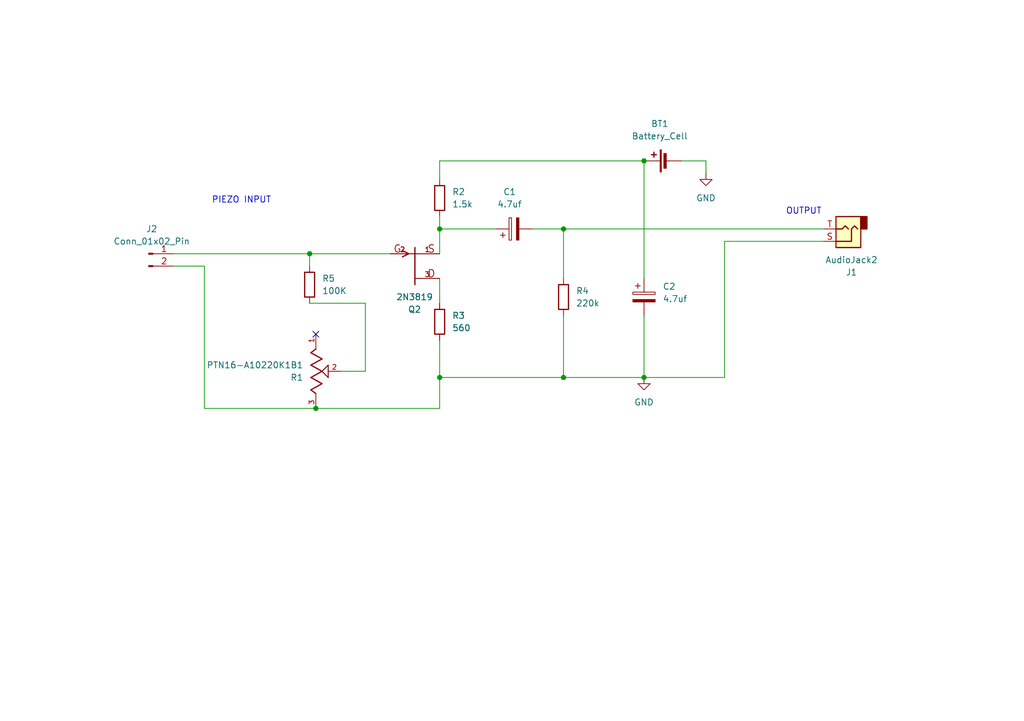
<source format=kicad_sch>
(kicad_sch (version 20250114) (generator "eeschema") (generator_version "9.0")
  (paper "A5")
  (lib_symbols
    (symbol "Connector:Conn_01x02_Pin" (pin_names (offset 1.016) (hide yes))
      (property "Reference" "J" (at 0 2.54 0))
      (property "Value" "Conn_01x02_Pin" (at 0 -5.08 0))
      (symbol "Conn_01x02_Pin_1_1"
        (rectangle (start 0.8636 0.127) (end 0 -0.127) (stroke (width 0.1524)) (fill (type outline)))
        (rectangle (start 0.8636 -2.413) (end 0 -2.667) (stroke (width 0.1524)) (fill (type outline)))
        (polyline (pts (xy 1.27 0) (xy 0.8636 0)) (stroke (width 0.1524)))
        (polyline (pts (xy 1.27 -2.54) (xy 0.8636 -2.54)) (stroke (width 0.1524)))
        (pin passive line (at 5.08 0 180) (length 3.81) (name "Pin_1") (number "1"))
        (pin passive line (at 5.08 -2.54 180) (length 3.81) (name "Pin_2") (number "2"))
      )
    )
    (symbol "Connector_Audio:AudioJack2"
      (property "Reference" "J" (at 0 8.89 0))
      (property "Value" "AudioJack2" (at 0 6.35 0))
      (symbol "AudioJack2_0_1"
        (rectangle (start -3.81 0) (end -2.54 -2.54) (stroke (width 0.254)) (fill (type outline)))
        (rectangle (start -2.54 3.81) (end 2.54 -2.54) (stroke (width 0.254)) (fill (type background)))
        (polyline (pts (xy 0 0) (xy 0.635 -0.635) (xy 1.27 0) (xy 2.54 0)) (stroke (width 0.254)))
        (polyline (pts (xy 2.54 2.54) (xy -0.635 2.54) (xy -0.635 0) (xy -1.27 -0.635) (xy -1.905 0)) (stroke (width 0.254)))
      )
      (symbol "AudioJack2_1_1"
        (pin passive line (at 5.08 2.54 180) (length 2.54) (name "~") (number "S"))
        (pin passive line (at 5.08 0 180) (length 2.54) (name "~") (number "T"))
      )
    )
    (symbol "Device:Battery_Cell" (pin_numbers (hide yes)) (pin_names (offset 0) (hide yes))
      (property "Reference" "BT" (at 2.54 2.54 0))
      (property "Value" "Battery_Cell" (at 2.54 0 0))
      (symbol "Battery_Cell_0_1"
        (rectangle (start -2.286 1.778) (end 2.286 1.524) (fill (type outline)))
        (rectangle (start -1.524 1.016) (end 1.524 0.508) (fill (type outline)))
        (polyline (pts (xy 0 1.778) (xy 0 2.54)))
        (polyline (pts (xy 0 0.762) (xy 0 0)))
        (polyline (pts (xy 0.762 3.048) (xy 1.778 3.048)) (stroke (width 0.254)))
        (polyline (pts (xy 1.27 3.556) (xy 1.27 2.54)) (stroke (width 0.254)))
      )
      (symbol "Battery_Cell_1_1"
        (pin passive line (at 0 5.08 270) (length 2.54) (name "+") (number "1"))
        (pin passive line (at 0 -2.54 90) (length 2.54) (name "-") (number "2"))
      )
    )
    (symbol "Device:C_Polarized" (pin_numbers (hide yes)) (pin_names (offset 0.254))
      (property "Reference" "C" (at 0.635 2.54 0))
      (property "Value" "C_Polarized" (at 0.635 -2.54 0))
      (symbol "C_Polarized_0_1"
        (rectangle (start -2.286 0.508) (end 2.286 1.016))
        (polyline (pts (xy -1.778 2.286) (xy -0.762 2.286)))
        (polyline (pts (xy -1.27 2.794) (xy -1.27 1.778)))
        (rectangle (start 2.286 -0.508) (end -2.286 -1.016) (fill (type outline)))
      )
      (symbol "C_Polarized_1_1"
        (pin passive line (at 0 3.81 270) (length 2.794) (name "~") (number "1"))
        (pin passive line (at 0 -3.81 90) (length 2.794) (name "~") (number "2"))
      )
    )
    (symbol "Device:R" (pin_numbers (hide yes)) (pin_names (offset 0))
      (property "Reference" "R" (at 2.032 0 90))
      (property "Value" "R" (at 0 0 90))
      (symbol "R_0_1"
        (rectangle (start -1.016 -2.54) (end 1.016 2.54) (stroke (width 0.254)))
      )
      (symbol "R_1_1"
        (pin passive line (at 0 3.81 270) (length 1.27) (name "~") (number "1"))
        (pin passive line (at 0 -3.81 90) (length 1.27) (name "~") (number "2"))
      )
    )
    (symbol "JFET:2N3819" (pin_names (offset 1.016))
      (property "Reference" "Q" (at -10.16 2.413 0))
      (property "Value" "2N3819" (at -10.16 -7.62 0))
      (symbol "2N3819_0_0"
        (polyline (pts (xy -2.54 -1.905) (xy -1.27 -2.54)) (stroke (width 0.254)))
        (polyline (pts (xy -1.27 -2.54) (xy -2.54 -3.175)) (stroke (width 0.254)))
        (polyline (pts (xy 0 -3.81) (xy 0 3.81)) (stroke (width 0.254)))
        (text "G" (at -4.445 -4.445 0) (effects (font (size 1.524 1.524)) (justify left bottom)))
        (text "D" (at 2.54 0.635 0) (effects (font (size 1.524 1.524)) (justify left bottom)))
        (text "S" (at 2.54 -4.445 0) (effects (font (size 1.524 1.524)) (justify left bottom)))
        (pin passive line (at -5.08 -2.54 0) (length 5.08) (name "~") (number "2"))
        (pin passive line (at 5.08 2.54 180) (length 5.08) (name "~") (number "3"))
        (pin passive line (at 5.08 -2.54 180) (length 5.08) (name "~") (number "1"))
      )
    )
    (symbol "pot:PTN16-A10220K1B1" (pin_names (offset 1.016))
      (property "Reference" "R" (at -5.08 5.08 0))
      (property "Value" "PTN16-A10220K1B1" (at -5.08 2.54 0))
      (symbol "PTN16-A10220K1B1_0_0"
        (polyline (pts (xy -5.08 0) (xy -4.572 0)) (stroke (width 0.1524)))
        (polyline (pts (xy -4.572 0) (xy -3.81 1.016)) (stroke (width 0.254)))
        (polyline (pts (xy -3.81 1.016) (xy -2.54 -1.27)) (stroke (width 0.254)))
        (polyline (pts (xy -2.54 -1.27) (xy -1.27 1.016)) (stroke (width 0.254)))
        (polyline (pts (xy -1.27 1.016) (xy 0 -1.27)) (stroke (width 0.254)))
        (polyline (pts (xy -1.27 -2.54) (xy 0 -1.27)) (stroke (width 0.2032)))
        (polyline (pts (xy 0 -1.27) (xy 1.27 1.016)) (stroke (width 0.254)))
        (polyline (pts (xy 0 -1.27) (xy 1.27 -2.54)) (stroke (width 0.2032)))
        (polyline (pts (xy 1.27 1.016) (xy 2.54 -1.27)) (stroke (width 0.254)))
        (polyline (pts (xy 1.27 -2.54) (xy -1.27 -2.54)) (stroke (width 0.2032)))
        (polyline (pts (xy 2.54 -1.27) (xy 3.81 1.016)) (stroke (width 0.254)))
        (polyline (pts (xy 3.81 1.016) (xy 4.572 0)) (stroke (width 0.254)))
        (polyline (pts (xy 4.572 0) (xy 5.08 0)) (stroke (width 0.1524)))
        (pin passive line (at -7.62 0 0) (length 2.54) (name "~") (number "1"))
        (pin passive line (at 0 -5.08 90) (length 2.54) (name "~") (number "2"))
        (pin passive line (at 7.62 0 180) (length 2.54) (name "~") (number "3"))
      )
    )
    (symbol "power:GND" (power) (pin_numbers (hide yes)) (pin_names (offset 0) (hide yes))
      (property "Value" "GND" (at 0 -3.81 0))
      (symbol "GND_0_1"
        (polyline (pts (xy 0 0) (xy 0 -1.27) (xy 1.27 -1.27) (xy 0 -2.54) (xy -1.27 -1.27) (xy 0 -1.27)))
      )
      (symbol "GND_1_1"
        (pin power_in line (at 0 0 270) (length 0) (name "~") (number "1"))
      )
    )
  )
  (text "OUTPUT" (at 164.846 43.434 0) (effects (font (size 1.27 1.27))))
  (text "PIEZO INPUT" (at 49.53 41.148 0) (effects (font (size 1.27 1.27))))
  (junction (at 115.57 77.47))
  (junction (at 132.08 33.02))
  (junction (at 90.17 77.47))
  (junction (at 64.77 83.82))
  (junction (at 90.17 46.99))
  (junction (at 115.57 46.99))
  (junction (at 132.08 77.47))
  (junction (at 63.5 52.07))
  (no_connect (at 64.77 68.58))
  (wire (pts (xy 148.59 77.47) (xy 148.59 49.53)))
  (wire (pts (xy 41.91 83.82) (xy 64.77 83.82)))
  (wire (pts (xy 132.08 57.15) (xy 132.08 33.02)))
  (wire (pts (xy 139.7 33.02) (xy 144.78 33.02)))
  (wire (pts (xy 41.91 83.82) (xy 41.91 54.61)))
  (wire (pts (xy 35.56 54.61) (xy 41.91 54.61)))
  (wire (pts (xy 115.57 77.47) (xy 132.08 77.47)))
  (wire (pts (xy 63.5 52.07) (xy 80.01 52.07)))
  (wire (pts (xy 63.5 52.07) (xy 63.5 54.61)))
  (wire (pts (xy 74.93 62.23) (xy 74.93 76.2)))
  (wire (pts (xy 132.08 64.77) (xy 132.08 77.47)))
  (wire (pts (xy 148.59 49.53) (xy 168.91 49.53)))
  (wire (pts (xy 115.57 46.99) (xy 168.91 46.99)))
  (wire (pts (xy 144.78 33.02) (xy 144.78 35.56)))
  (wire (pts (xy 35.56 52.07) (xy 63.5 52.07)))
  (wire (pts (xy 90.17 33.02) (xy 132.08 33.02)))
  (wire (pts (xy 90.17 57.15) (xy 90.17 62.23)))
  (wire (pts (xy 63.5 62.23) (xy 74.93 62.23)))
  (wire (pts (xy 109.22 46.99) (xy 115.57 46.99)))
  (wire (pts (xy 115.57 64.77) (xy 115.57 77.47)))
  (wire (pts (xy 90.17 36.83) (xy 90.17 33.02)))
  (wire (pts (xy 115.57 46.99) (xy 115.57 57.15)))
  (wire (pts (xy 90.17 69.85) (xy 90.17 77.47)))
  (wire (pts (xy 132.08 77.47) (xy 148.59 77.47)))
  (wire (pts (xy 64.77 83.82) (xy 90.17 83.82)))
  (wire (pts (xy 90.17 46.99) (xy 101.6 46.99)))
  (wire (pts (xy 90.17 46.99) (xy 90.17 52.07)))
  (wire (pts (xy 90.17 77.47) (xy 115.57 77.47)))
  (wire (pts (xy 74.93 76.2) (xy 69.85 76.2)))
  (wire (pts (xy 90.17 44.45) (xy 90.17 46.99)))
  (wire (pts (xy 90.17 83.82) (xy 90.17 77.47)))
  (symbol (lib_id "Device:C_Polarized") (at 132.08 60.96 0) (unit 1)
    (property "Reference" "C2" (at 135.89 58.8009 0) (effects (justify left)))
    (property "Value" "4.7uf" (at 135.89 61.3409 0) (effects (justify left)))
    (property "Footprint" "Capacitor_THT:CP_Radial_D6.3mm_P2.50mm" (effects (hide yes)))
    (property "Description" "Polarized capacitor" (effects (hide yes)))
  )
  (symbol (lib_id "Device:R") (at 115.57 60.96 0) (unit 1)
    (property "Reference" "R4" (at 118.11 59.6899 0) (effects (justify left)))
    (property "Value" "220k" (at 118.11 62.2299 0) (effects (justify left)))
    (property "Footprint" "Resistor_THT:R_Axial_DIN0204_L3.6mm_D1.6mm_P7.62mm_Horizontal" (effects (hide yes)))
    (property "Description" "Resistor" (effects (hide yes)))
  )
  (symbol (lib_id "power:GND") (at 132.08 77.47 0) (unit 1)
    (property "Reference" "#PWR01" (effects (hide yes)))
    (property "Value" "GND" (at 132.08 82.55 0))
    (property "Description" "Power symbol creates a global label with name \"GND\" , ground" (effects (hide yes)))
  )
  (symbol (lib_id "Device:R") (at 90.17 66.04 0) (unit 1)
    (property "Reference" "R3" (at 92.71 64.7699 0) (effects (justify left)))
    (property "Value" "560" (at 92.71 67.3099 0) (effects (justify left)))
    (property "Footprint" "Resistor_THT:R_Axial_DIN0204_L3.6mm_D1.6mm_P7.62mm_Horizontal" (effects (hide yes)))
    (property "Description" "Resistor" (effects (hide yes)))
  )
  (symbol (lib_id "JFET:2N3819") (at 85.09 54.61 0) (mirror x) (unit 1)
    (property "Reference" "Q2" (at 85.0329 63.5 0))
    (property "Value" "2N3819" (at 85.0329 60.96 0))
    (property "Footprint" "JFET:JFET" (effects (hide yes)))
    (property "MF" "Central Semiconductor" (effects (hide yes)))
    (property "MAXIMUM_PACKAGE_HEIGHT" "4.83 mm" (effects (hide yes)))
    (property "Package" "E-PKG AXIAL-LEADED-2 ON Semiconductor" (effects (hide yes)))
    (property "Price" "None" (effects (hide yes)))
    (property "Check_prices" "https://www.snapeda.com/parts/2N3819/Central+Components+Manufacturing/view-part/?ref=eda" (effects (hide yes)))
    (property "STANDARD" "IPC 7351B" (effects (hide yes)))
    (property "PARTREV" "June, 2019" (effects (hide yes)))
    (property "SnapEDA_Link" "https://www.snapeda.com/parts/2N3819/Central+Components+Manufacturing/view-part/?ref=snap" (effects (hide yes)))
    (property "MP" "2N3819" (effects (hide yes)))
    (property "Description_1" "RF Mosfet N-Channel JFET - - - TO-92-3" (effects (hide yes)))
    (property "Availability" "In Stock" (effects (hide yes)))
    (property "MANUFACTURER" "InterFET" (effects (hide yes)))
  )
  (symbol (lib_id "Connector:Conn_01x02_Pin") (at 30.48 52.07 0) (unit 1)
    (property "Reference" "J2" (at 31.115 46.99 0))
    (property "Value" "Conn_01x02_Pin" (at 31.115 49.53 0))
    (property "Footprint" "2pads" (effects (hide yes)))
    (property "Description" "Generic connector, single row, 01x02, script generated" (effects (hide yes)))
  )
  (symbol (lib_id "power:GND") (at 144.78 35.56 0) (unit 1)
    (property "Reference" "#PWR02" (effects (hide yes)))
    (property "Value" "GND" (at 144.78 40.64 0))
    (property "Description" "Power symbol creates a global label with name \"GND\" , ground" (effects (hide yes)))
  )
  (symbol (lib_id "Device:C_Polarized") (at 105.41 46.99 90) (unit 1)
    (property "Reference" "C1" (at 104.521 39.37 90))
    (property "Value" "4.7uf" (at 104.521 41.91 90))
    (property "Footprint" "Capacitor_THT:CP_Radial_D6.3mm_P2.50mm" (effects (hide yes)))
    (property "Description" "Polarized capacitor" (effects (hide yes)))
  )
  (symbol (lib_id "Device:Battery_Cell") (at 137.16 33.02 90) (unit 1)
    (property "Reference" "BT1" (at 135.3185 25.4 90))
    (property "Value" "Battery_Cell" (at 135.3185 27.94 90))
    (property "Footprint" "2pads:2pads" (effects (hide yes)))
    (property "Description" "Single-cell battery" (effects (hide yes)))
  )
  (symbol (lib_id "Device:R") (at 90.17 40.64 0) (unit 1)
    (property "Reference" "R2" (at 92.71 39.3699 0) (effects (justify left)))
    (property "Value" "1.5k" (at 92.71 41.9099 0) (effects (justify left)))
    (property "Footprint" "Resistor_THT:R_Axial_DIN0204_L3.6mm_D1.6mm_P7.62mm_Horizontal" (effects (hide yes)))
    (property "Description" "Resistor" (effects (hide yes)))
  )
  (symbol (lib_id "Device:R") (at 63.5 58.42 0) (unit 1)
    (property "Reference" "R5" (at 66.04 57.1499 0) (effects (justify left)))
    (property "Value" "100K" (at 66.04 59.6899 0) (effects (justify left)))
    (property "Footprint" "Resistor_THT:R_Axial_DIN0204_L3.6mm_D1.6mm_P7.62mm_Horizontal" (effects (hide yes)))
    (property "Description" "Resistor" (effects (hide yes)))
  )
  (symbol (lib_id "Connector_Audio:AudioJack2") (at 173.99 46.99 180) (unit 1)
    (property "Reference" "J1" (at 174.625 55.88 0))
    (property "Value" "AudioJack2" (at 174.625 53.34 0))
    (property "Footprint" "2pads:2pads" (effects (hide yes)))
    (property "Description" "Audio Jack, 2 Poles (Mono / TS)" (effects (hide yes)))
  )
  (symbol (lib_id "pot:PTN16-A10220K1B1") (at 64.77 76.2 90) (mirror x) (unit 1)
    (property "Reference" "R1" (at 62.23 77.4701 90) (effects (justify left)))
    (property "Value" "PTN16-A10220K1B1" (at 62.23 74.9301 90) (effects (justify left)))
    (property "Footprint" "pot:POT_PTN16-A10220K1B1" (effects (hide yes)))
    (property "MF" "Same Sky" (effects (hide yes)))
    (property "MAXIMUM_PACKAGE_HEIGHT" "21.5mm" (effects (hide yes)))
    (property "Package" "Package" (effects (hide yes)))
    (property "Price" "None" (effects (hide yes)))
    (property "Check_prices" "https://www.snapeda.com/parts/PTN16-A10220K1B1/Same+Sky/view-part/?ref=eda" (effects (hide yes)))
    (property "STANDARD" "Manufacturer Recommendations" (effects (hide yes)))
    (property "PARTREV" "1.0" (effects (hide yes)))
    (property "SnapEDA_Link" "https://www.snapeda.com/parts/PTN16-A10220K1B1/Same+Sky/view-part/?ref=snap" (effects (hide yes)))
    (property "MP" "PTN16-A10220K1B1" (effects (hide yes)))
    (property "Description_1" "16.5 mm, Horizontal, Linear, 10 kΩ, Through Hole, Knurled Shaft Single Section Rotary Potentiometer" (effects (hide yes)))
    (property "Availability" "In Stock" (effects (hide yes)))
    (property "MANUFACTURER" "Cui Devices" (effects (hide yes)))
  )
)
</source>
